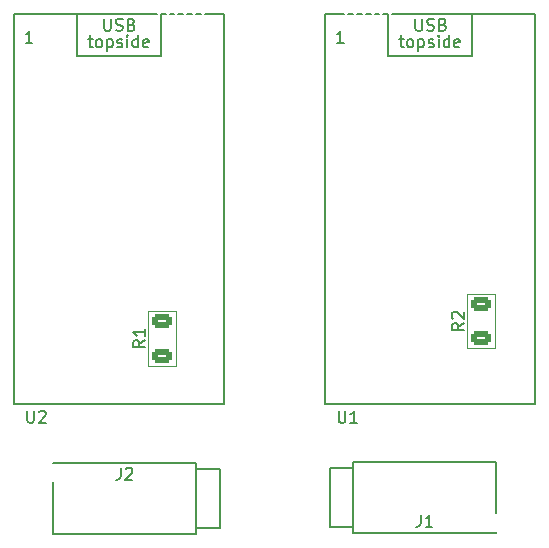
<source format=gto>
G04 #@! TF.GenerationSoftware,KiCad,Pcbnew,8.0.2*
G04 #@! TF.CreationDate,2024-05-24T11:31:22+03:00*
G04 #@! TF.ProjectId,ratless65,7261746c-6573-4733-9635-2e6b69636164,rev?*
G04 #@! TF.SameCoordinates,Original*
G04 #@! TF.FileFunction,Legend,Top*
G04 #@! TF.FilePolarity,Positive*
%FSLAX46Y46*%
G04 Gerber Fmt 4.6, Leading zero omitted, Abs format (unit mm)*
G04 Created by KiCad (PCBNEW 8.0.2) date 2024-05-24 11:31:22*
%MOMM*%
%LPD*%
G01*
G04 APERTURE LIST*
G04 Aperture macros list*
%AMRoundRect*
0 Rectangle with rounded corners*
0 $1 Rounding radius*
0 $2 $3 $4 $5 $6 $7 $8 $9 X,Y pos of 4 corners*
0 Add a 4 corners polygon primitive as box body*
4,1,4,$2,$3,$4,$5,$6,$7,$8,$9,$2,$3,0*
0 Add four circle primitives for the rounded corners*
1,1,$1+$1,$2,$3*
1,1,$1+$1,$4,$5*
1,1,$1+$1,$6,$7*
1,1,$1+$1,$8,$9*
0 Add four rect primitives between the rounded corners*
20,1,$1+$1,$2,$3,$4,$5,0*
20,1,$1+$1,$4,$5,$6,$7,0*
20,1,$1+$1,$6,$7,$8,$9,0*
20,1,$1+$1,$8,$9,$2,$3,0*%
G04 Aperture macros list end*
%ADD10C,0.150000*%
%ADD11C,0.120000*%
%ADD12C,1.750000*%
%ADD13C,3.987800*%
%ADD14C,1.200000*%
%ADD15O,2.300000X1.500000*%
%ADD16RoundRect,0.250000X0.625000X-0.312500X0.625000X0.312500X-0.625000X0.312500X-0.625000X-0.312500X0*%
%ADD17C,0.500000*%
G04 APERTURE END LIST*
D10*
X183022916Y-74363019D02*
X183022916Y-75077304D01*
X183022916Y-75077304D02*
X182975297Y-75220161D01*
X182975297Y-75220161D02*
X182880059Y-75315400D01*
X182880059Y-75315400D02*
X182737202Y-75363019D01*
X182737202Y-75363019D02*
X182641964Y-75363019D01*
X184022916Y-75363019D02*
X183451488Y-75363019D01*
X183737202Y-75363019D02*
X183737202Y-74363019D01*
X183737202Y-74363019D02*
X183641964Y-74505876D01*
X183641964Y-74505876D02*
X183546726Y-74601114D01*
X183546726Y-74601114D02*
X183451488Y-74648733D01*
X159681069Y-59572916D02*
X159204878Y-59906249D01*
X159681069Y-60144344D02*
X158681069Y-60144344D01*
X158681069Y-60144344D02*
X158681069Y-59763392D01*
X158681069Y-59763392D02*
X158728688Y-59668154D01*
X158728688Y-59668154D02*
X158776307Y-59620535D01*
X158776307Y-59620535D02*
X158871545Y-59572916D01*
X158871545Y-59572916D02*
X159014402Y-59572916D01*
X159014402Y-59572916D02*
X159109640Y-59620535D01*
X159109640Y-59620535D02*
X159157259Y-59668154D01*
X159157259Y-59668154D02*
X159204878Y-59763392D01*
X159204878Y-59763392D02*
X159204878Y-60144344D01*
X159681069Y-58620535D02*
X159681069Y-59191963D01*
X159681069Y-58906249D02*
X158681069Y-58906249D01*
X158681069Y-58906249D02*
X158823926Y-59001487D01*
X158823926Y-59001487D02*
X158919164Y-59096725D01*
X158919164Y-59096725D02*
X158966783Y-59191963D01*
X176070595Y-65543569D02*
X176070595Y-66353092D01*
X176070595Y-66353092D02*
X176118214Y-66448330D01*
X176118214Y-66448330D02*
X176165833Y-66495950D01*
X176165833Y-66495950D02*
X176261071Y-66543569D01*
X176261071Y-66543569D02*
X176451547Y-66543569D01*
X176451547Y-66543569D02*
X176546785Y-66495950D01*
X176546785Y-66495950D02*
X176594404Y-66448330D01*
X176594404Y-66448330D02*
X176642023Y-66353092D01*
X176642023Y-66353092D02*
X176642023Y-65543569D01*
X177642023Y-66543569D02*
X177070595Y-66543569D01*
X177356309Y-66543569D02*
X177356309Y-65543569D01*
X177356309Y-65543569D02*
X177261071Y-65686426D01*
X177261071Y-65686426D02*
X177165833Y-65781664D01*
X177165833Y-65781664D02*
X177070595Y-65829283D01*
X181213452Y-34091902D02*
X181594404Y-34091902D01*
X181356309Y-33758569D02*
X181356309Y-34615711D01*
X181356309Y-34615711D02*
X181403928Y-34710950D01*
X181403928Y-34710950D02*
X181499166Y-34758569D01*
X181499166Y-34758569D02*
X181594404Y-34758569D01*
X182070595Y-34758569D02*
X181975357Y-34710950D01*
X181975357Y-34710950D02*
X181927738Y-34663330D01*
X181927738Y-34663330D02*
X181880119Y-34568092D01*
X181880119Y-34568092D02*
X181880119Y-34282378D01*
X181880119Y-34282378D02*
X181927738Y-34187140D01*
X181927738Y-34187140D02*
X181975357Y-34139521D01*
X181975357Y-34139521D02*
X182070595Y-34091902D01*
X182070595Y-34091902D02*
X182213452Y-34091902D01*
X182213452Y-34091902D02*
X182308690Y-34139521D01*
X182308690Y-34139521D02*
X182356309Y-34187140D01*
X182356309Y-34187140D02*
X182403928Y-34282378D01*
X182403928Y-34282378D02*
X182403928Y-34568092D01*
X182403928Y-34568092D02*
X182356309Y-34663330D01*
X182356309Y-34663330D02*
X182308690Y-34710950D01*
X182308690Y-34710950D02*
X182213452Y-34758569D01*
X182213452Y-34758569D02*
X182070595Y-34758569D01*
X182832500Y-34091902D02*
X182832500Y-35091902D01*
X182832500Y-34139521D02*
X182927738Y-34091902D01*
X182927738Y-34091902D02*
X183118214Y-34091902D01*
X183118214Y-34091902D02*
X183213452Y-34139521D01*
X183213452Y-34139521D02*
X183261071Y-34187140D01*
X183261071Y-34187140D02*
X183308690Y-34282378D01*
X183308690Y-34282378D02*
X183308690Y-34568092D01*
X183308690Y-34568092D02*
X183261071Y-34663330D01*
X183261071Y-34663330D02*
X183213452Y-34710950D01*
X183213452Y-34710950D02*
X183118214Y-34758569D01*
X183118214Y-34758569D02*
X182927738Y-34758569D01*
X182927738Y-34758569D02*
X182832500Y-34710950D01*
X183689643Y-34710950D02*
X183784881Y-34758569D01*
X183784881Y-34758569D02*
X183975357Y-34758569D01*
X183975357Y-34758569D02*
X184070595Y-34710950D01*
X184070595Y-34710950D02*
X184118214Y-34615711D01*
X184118214Y-34615711D02*
X184118214Y-34568092D01*
X184118214Y-34568092D02*
X184070595Y-34472854D01*
X184070595Y-34472854D02*
X183975357Y-34425235D01*
X183975357Y-34425235D02*
X183832500Y-34425235D01*
X183832500Y-34425235D02*
X183737262Y-34377616D01*
X183737262Y-34377616D02*
X183689643Y-34282378D01*
X183689643Y-34282378D02*
X183689643Y-34234759D01*
X183689643Y-34234759D02*
X183737262Y-34139521D01*
X183737262Y-34139521D02*
X183832500Y-34091902D01*
X183832500Y-34091902D02*
X183975357Y-34091902D01*
X183975357Y-34091902D02*
X184070595Y-34139521D01*
X184546786Y-34758569D02*
X184546786Y-34091902D01*
X184546786Y-33758569D02*
X184499167Y-33806188D01*
X184499167Y-33806188D02*
X184546786Y-33853807D01*
X184546786Y-33853807D02*
X184594405Y-33806188D01*
X184594405Y-33806188D02*
X184546786Y-33758569D01*
X184546786Y-33758569D02*
X184546786Y-33853807D01*
X185451547Y-34758569D02*
X185451547Y-33758569D01*
X185451547Y-34710950D02*
X185356309Y-34758569D01*
X185356309Y-34758569D02*
X185165833Y-34758569D01*
X185165833Y-34758569D02*
X185070595Y-34710950D01*
X185070595Y-34710950D02*
X185022976Y-34663330D01*
X185022976Y-34663330D02*
X184975357Y-34568092D01*
X184975357Y-34568092D02*
X184975357Y-34282378D01*
X184975357Y-34282378D02*
X185022976Y-34187140D01*
X185022976Y-34187140D02*
X185070595Y-34139521D01*
X185070595Y-34139521D02*
X185165833Y-34091902D01*
X185165833Y-34091902D02*
X185356309Y-34091902D01*
X185356309Y-34091902D02*
X185451547Y-34139521D01*
X186308690Y-34710950D02*
X186213452Y-34758569D01*
X186213452Y-34758569D02*
X186022976Y-34758569D01*
X186022976Y-34758569D02*
X185927738Y-34710950D01*
X185927738Y-34710950D02*
X185880119Y-34615711D01*
X185880119Y-34615711D02*
X185880119Y-34234759D01*
X185880119Y-34234759D02*
X185927738Y-34139521D01*
X185927738Y-34139521D02*
X186022976Y-34091902D01*
X186022976Y-34091902D02*
X186213452Y-34091902D01*
X186213452Y-34091902D02*
X186308690Y-34139521D01*
X186308690Y-34139521D02*
X186356309Y-34234759D01*
X186356309Y-34234759D02*
X186356309Y-34329997D01*
X186356309Y-34329997D02*
X185880119Y-34425235D01*
X176498214Y-34388569D02*
X175926786Y-34388569D01*
X176212500Y-34388569D02*
X176212500Y-33388569D01*
X176212500Y-33388569D02*
X176117262Y-33531426D01*
X176117262Y-33531426D02*
X176022024Y-33626664D01*
X176022024Y-33626664D02*
X175926786Y-33674283D01*
X182570595Y-32358569D02*
X182570595Y-33168092D01*
X182570595Y-33168092D02*
X182618214Y-33263330D01*
X182618214Y-33263330D02*
X182665833Y-33310950D01*
X182665833Y-33310950D02*
X182761071Y-33358569D01*
X182761071Y-33358569D02*
X182951547Y-33358569D01*
X182951547Y-33358569D02*
X183046785Y-33310950D01*
X183046785Y-33310950D02*
X183094404Y-33263330D01*
X183094404Y-33263330D02*
X183142023Y-33168092D01*
X183142023Y-33168092D02*
X183142023Y-32358569D01*
X183570595Y-33310950D02*
X183713452Y-33358569D01*
X183713452Y-33358569D02*
X183951547Y-33358569D01*
X183951547Y-33358569D02*
X184046785Y-33310950D01*
X184046785Y-33310950D02*
X184094404Y-33263330D01*
X184094404Y-33263330D02*
X184142023Y-33168092D01*
X184142023Y-33168092D02*
X184142023Y-33072854D01*
X184142023Y-33072854D02*
X184094404Y-32977616D01*
X184094404Y-32977616D02*
X184046785Y-32929997D01*
X184046785Y-32929997D02*
X183951547Y-32882378D01*
X183951547Y-32882378D02*
X183761071Y-32834759D01*
X183761071Y-32834759D02*
X183665833Y-32787140D01*
X183665833Y-32787140D02*
X183618214Y-32739521D01*
X183618214Y-32739521D02*
X183570595Y-32644283D01*
X183570595Y-32644283D02*
X183570595Y-32549045D01*
X183570595Y-32549045D02*
X183618214Y-32453807D01*
X183618214Y-32453807D02*
X183665833Y-32406188D01*
X183665833Y-32406188D02*
X183761071Y-32358569D01*
X183761071Y-32358569D02*
X183999166Y-32358569D01*
X183999166Y-32358569D02*
X184142023Y-32406188D01*
X184903928Y-32834759D02*
X185046785Y-32882378D01*
X185046785Y-32882378D02*
X185094404Y-32929997D01*
X185094404Y-32929997D02*
X185142023Y-33025235D01*
X185142023Y-33025235D02*
X185142023Y-33168092D01*
X185142023Y-33168092D02*
X185094404Y-33263330D01*
X185094404Y-33263330D02*
X185046785Y-33310950D01*
X185046785Y-33310950D02*
X184951547Y-33358569D01*
X184951547Y-33358569D02*
X184570595Y-33358569D01*
X184570595Y-33358569D02*
X184570595Y-32358569D01*
X184570595Y-32358569D02*
X184903928Y-32358569D01*
X184903928Y-32358569D02*
X184999166Y-32406188D01*
X184999166Y-32406188D02*
X185046785Y-32453807D01*
X185046785Y-32453807D02*
X185094404Y-32549045D01*
X185094404Y-32549045D02*
X185094404Y-32644283D01*
X185094404Y-32644283D02*
X185046785Y-32739521D01*
X185046785Y-32739521D02*
X184999166Y-32787140D01*
X184999166Y-32787140D02*
X184903928Y-32834759D01*
X184903928Y-32834759D02*
X184570595Y-32834759D01*
X186668569Y-58110416D02*
X186192378Y-58443749D01*
X186668569Y-58681844D02*
X185668569Y-58681844D01*
X185668569Y-58681844D02*
X185668569Y-58300892D01*
X185668569Y-58300892D02*
X185716188Y-58205654D01*
X185716188Y-58205654D02*
X185763807Y-58158035D01*
X185763807Y-58158035D02*
X185859045Y-58110416D01*
X185859045Y-58110416D02*
X186001902Y-58110416D01*
X186001902Y-58110416D02*
X186097140Y-58158035D01*
X186097140Y-58158035D02*
X186144759Y-58205654D01*
X186144759Y-58205654D02*
X186192378Y-58300892D01*
X186192378Y-58300892D02*
X186192378Y-58681844D01*
X185763807Y-57729463D02*
X185716188Y-57681844D01*
X185716188Y-57681844D02*
X185668569Y-57586606D01*
X185668569Y-57586606D02*
X185668569Y-57348511D01*
X185668569Y-57348511D02*
X185716188Y-57253273D01*
X185716188Y-57253273D02*
X185763807Y-57205654D01*
X185763807Y-57205654D02*
X185859045Y-57158035D01*
X185859045Y-57158035D02*
X185954283Y-57158035D01*
X185954283Y-57158035D02*
X186097140Y-57205654D01*
X186097140Y-57205654D02*
X186668569Y-57777082D01*
X186668569Y-57777082D02*
X186668569Y-57158035D01*
X157622916Y-70371619D02*
X157622916Y-71085904D01*
X157622916Y-71085904D02*
X157575297Y-71228761D01*
X157575297Y-71228761D02*
X157480059Y-71324000D01*
X157480059Y-71324000D02*
X157337202Y-71371619D01*
X157337202Y-71371619D02*
X157241964Y-71371619D01*
X158051488Y-70466857D02*
X158099107Y-70419238D01*
X158099107Y-70419238D02*
X158194345Y-70371619D01*
X158194345Y-70371619D02*
X158432440Y-70371619D01*
X158432440Y-70371619D02*
X158527678Y-70419238D01*
X158527678Y-70419238D02*
X158575297Y-70466857D01*
X158575297Y-70466857D02*
X158622916Y-70562095D01*
X158622916Y-70562095D02*
X158622916Y-70657333D01*
X158622916Y-70657333D02*
X158575297Y-70800190D01*
X158575297Y-70800190D02*
X158003869Y-71371619D01*
X158003869Y-71371619D02*
X158622916Y-71371619D01*
X149718095Y-65543569D02*
X149718095Y-66353092D01*
X149718095Y-66353092D02*
X149765714Y-66448330D01*
X149765714Y-66448330D02*
X149813333Y-66495950D01*
X149813333Y-66495950D02*
X149908571Y-66543569D01*
X149908571Y-66543569D02*
X150099047Y-66543569D01*
X150099047Y-66543569D02*
X150194285Y-66495950D01*
X150194285Y-66495950D02*
X150241904Y-66448330D01*
X150241904Y-66448330D02*
X150289523Y-66353092D01*
X150289523Y-66353092D02*
X150289523Y-65543569D01*
X150718095Y-65638807D02*
X150765714Y-65591188D01*
X150765714Y-65591188D02*
X150860952Y-65543569D01*
X150860952Y-65543569D02*
X151099047Y-65543569D01*
X151099047Y-65543569D02*
X151194285Y-65591188D01*
X151194285Y-65591188D02*
X151241904Y-65638807D01*
X151241904Y-65638807D02*
X151289523Y-65734045D01*
X151289523Y-65734045D02*
X151289523Y-65829283D01*
X151289523Y-65829283D02*
X151241904Y-65972140D01*
X151241904Y-65972140D02*
X150670476Y-66543569D01*
X150670476Y-66543569D02*
X151289523Y-66543569D01*
X150145714Y-34388569D02*
X149574286Y-34388569D01*
X149860000Y-34388569D02*
X149860000Y-33388569D01*
X149860000Y-33388569D02*
X149764762Y-33531426D01*
X149764762Y-33531426D02*
X149669524Y-33626664D01*
X149669524Y-33626664D02*
X149574286Y-33674283D01*
X154860952Y-34091902D02*
X155241904Y-34091902D01*
X155003809Y-33758569D02*
X155003809Y-34615711D01*
X155003809Y-34615711D02*
X155051428Y-34710950D01*
X155051428Y-34710950D02*
X155146666Y-34758569D01*
X155146666Y-34758569D02*
X155241904Y-34758569D01*
X155718095Y-34758569D02*
X155622857Y-34710950D01*
X155622857Y-34710950D02*
X155575238Y-34663330D01*
X155575238Y-34663330D02*
X155527619Y-34568092D01*
X155527619Y-34568092D02*
X155527619Y-34282378D01*
X155527619Y-34282378D02*
X155575238Y-34187140D01*
X155575238Y-34187140D02*
X155622857Y-34139521D01*
X155622857Y-34139521D02*
X155718095Y-34091902D01*
X155718095Y-34091902D02*
X155860952Y-34091902D01*
X155860952Y-34091902D02*
X155956190Y-34139521D01*
X155956190Y-34139521D02*
X156003809Y-34187140D01*
X156003809Y-34187140D02*
X156051428Y-34282378D01*
X156051428Y-34282378D02*
X156051428Y-34568092D01*
X156051428Y-34568092D02*
X156003809Y-34663330D01*
X156003809Y-34663330D02*
X155956190Y-34710950D01*
X155956190Y-34710950D02*
X155860952Y-34758569D01*
X155860952Y-34758569D02*
X155718095Y-34758569D01*
X156480000Y-34091902D02*
X156480000Y-35091902D01*
X156480000Y-34139521D02*
X156575238Y-34091902D01*
X156575238Y-34091902D02*
X156765714Y-34091902D01*
X156765714Y-34091902D02*
X156860952Y-34139521D01*
X156860952Y-34139521D02*
X156908571Y-34187140D01*
X156908571Y-34187140D02*
X156956190Y-34282378D01*
X156956190Y-34282378D02*
X156956190Y-34568092D01*
X156956190Y-34568092D02*
X156908571Y-34663330D01*
X156908571Y-34663330D02*
X156860952Y-34710950D01*
X156860952Y-34710950D02*
X156765714Y-34758569D01*
X156765714Y-34758569D02*
X156575238Y-34758569D01*
X156575238Y-34758569D02*
X156480000Y-34710950D01*
X157337143Y-34710950D02*
X157432381Y-34758569D01*
X157432381Y-34758569D02*
X157622857Y-34758569D01*
X157622857Y-34758569D02*
X157718095Y-34710950D01*
X157718095Y-34710950D02*
X157765714Y-34615711D01*
X157765714Y-34615711D02*
X157765714Y-34568092D01*
X157765714Y-34568092D02*
X157718095Y-34472854D01*
X157718095Y-34472854D02*
X157622857Y-34425235D01*
X157622857Y-34425235D02*
X157480000Y-34425235D01*
X157480000Y-34425235D02*
X157384762Y-34377616D01*
X157384762Y-34377616D02*
X157337143Y-34282378D01*
X157337143Y-34282378D02*
X157337143Y-34234759D01*
X157337143Y-34234759D02*
X157384762Y-34139521D01*
X157384762Y-34139521D02*
X157480000Y-34091902D01*
X157480000Y-34091902D02*
X157622857Y-34091902D01*
X157622857Y-34091902D02*
X157718095Y-34139521D01*
X158194286Y-34758569D02*
X158194286Y-34091902D01*
X158194286Y-33758569D02*
X158146667Y-33806188D01*
X158146667Y-33806188D02*
X158194286Y-33853807D01*
X158194286Y-33853807D02*
X158241905Y-33806188D01*
X158241905Y-33806188D02*
X158194286Y-33758569D01*
X158194286Y-33758569D02*
X158194286Y-33853807D01*
X159099047Y-34758569D02*
X159099047Y-33758569D01*
X159099047Y-34710950D02*
X159003809Y-34758569D01*
X159003809Y-34758569D02*
X158813333Y-34758569D01*
X158813333Y-34758569D02*
X158718095Y-34710950D01*
X158718095Y-34710950D02*
X158670476Y-34663330D01*
X158670476Y-34663330D02*
X158622857Y-34568092D01*
X158622857Y-34568092D02*
X158622857Y-34282378D01*
X158622857Y-34282378D02*
X158670476Y-34187140D01*
X158670476Y-34187140D02*
X158718095Y-34139521D01*
X158718095Y-34139521D02*
X158813333Y-34091902D01*
X158813333Y-34091902D02*
X159003809Y-34091902D01*
X159003809Y-34091902D02*
X159099047Y-34139521D01*
X159956190Y-34710950D02*
X159860952Y-34758569D01*
X159860952Y-34758569D02*
X159670476Y-34758569D01*
X159670476Y-34758569D02*
X159575238Y-34710950D01*
X159575238Y-34710950D02*
X159527619Y-34615711D01*
X159527619Y-34615711D02*
X159527619Y-34234759D01*
X159527619Y-34234759D02*
X159575238Y-34139521D01*
X159575238Y-34139521D02*
X159670476Y-34091902D01*
X159670476Y-34091902D02*
X159860952Y-34091902D01*
X159860952Y-34091902D02*
X159956190Y-34139521D01*
X159956190Y-34139521D02*
X160003809Y-34234759D01*
X160003809Y-34234759D02*
X160003809Y-34329997D01*
X160003809Y-34329997D02*
X159527619Y-34425235D01*
X156218095Y-32358569D02*
X156218095Y-33168092D01*
X156218095Y-33168092D02*
X156265714Y-33263330D01*
X156265714Y-33263330D02*
X156313333Y-33310950D01*
X156313333Y-33310950D02*
X156408571Y-33358569D01*
X156408571Y-33358569D02*
X156599047Y-33358569D01*
X156599047Y-33358569D02*
X156694285Y-33310950D01*
X156694285Y-33310950D02*
X156741904Y-33263330D01*
X156741904Y-33263330D02*
X156789523Y-33168092D01*
X156789523Y-33168092D02*
X156789523Y-32358569D01*
X157218095Y-33310950D02*
X157360952Y-33358569D01*
X157360952Y-33358569D02*
X157599047Y-33358569D01*
X157599047Y-33358569D02*
X157694285Y-33310950D01*
X157694285Y-33310950D02*
X157741904Y-33263330D01*
X157741904Y-33263330D02*
X157789523Y-33168092D01*
X157789523Y-33168092D02*
X157789523Y-33072854D01*
X157789523Y-33072854D02*
X157741904Y-32977616D01*
X157741904Y-32977616D02*
X157694285Y-32929997D01*
X157694285Y-32929997D02*
X157599047Y-32882378D01*
X157599047Y-32882378D02*
X157408571Y-32834759D01*
X157408571Y-32834759D02*
X157313333Y-32787140D01*
X157313333Y-32787140D02*
X157265714Y-32739521D01*
X157265714Y-32739521D02*
X157218095Y-32644283D01*
X157218095Y-32644283D02*
X157218095Y-32549045D01*
X157218095Y-32549045D02*
X157265714Y-32453807D01*
X157265714Y-32453807D02*
X157313333Y-32406188D01*
X157313333Y-32406188D02*
X157408571Y-32358569D01*
X157408571Y-32358569D02*
X157646666Y-32358569D01*
X157646666Y-32358569D02*
X157789523Y-32406188D01*
X158551428Y-32834759D02*
X158694285Y-32882378D01*
X158694285Y-32882378D02*
X158741904Y-32929997D01*
X158741904Y-32929997D02*
X158789523Y-33025235D01*
X158789523Y-33025235D02*
X158789523Y-33168092D01*
X158789523Y-33168092D02*
X158741904Y-33263330D01*
X158741904Y-33263330D02*
X158694285Y-33310950D01*
X158694285Y-33310950D02*
X158599047Y-33358569D01*
X158599047Y-33358569D02*
X158218095Y-33358569D01*
X158218095Y-33358569D02*
X158218095Y-32358569D01*
X158218095Y-32358569D02*
X158551428Y-32358569D01*
X158551428Y-32358569D02*
X158646666Y-32406188D01*
X158646666Y-32406188D02*
X158694285Y-32453807D01*
X158694285Y-32453807D02*
X158741904Y-32549045D01*
X158741904Y-32549045D02*
X158741904Y-32644283D01*
X158741904Y-32644283D02*
X158694285Y-32739521D01*
X158694285Y-32739521D02*
X158646666Y-32787140D01*
X158646666Y-32787140D02*
X158551428Y-32834759D01*
X158551428Y-32834759D02*
X158218095Y-32834759D01*
X175306250Y-70350000D02*
X175306250Y-75350000D01*
X175306250Y-70350000D02*
X177306250Y-70350000D01*
X175306250Y-75350000D02*
X177306250Y-75350000D01*
X177306250Y-69850000D02*
X189406250Y-69850000D01*
X177306250Y-75850000D02*
X177306250Y-69850000D01*
X189406250Y-69850000D02*
X189406250Y-75850000D01*
X189406250Y-75850000D02*
X177306250Y-75850000D01*
D11*
X159931250Y-57106250D02*
X159931250Y-61706250D01*
X159931250Y-61706250D02*
X162331250Y-61706250D01*
X162331250Y-57106250D02*
X159931250Y-57106250D01*
X162331250Y-61706250D02*
X162331250Y-57106250D01*
D10*
X180282500Y-35488750D02*
X180282500Y-31908750D01*
X187382500Y-35488750D02*
X180282500Y-35488750D01*
X187382500Y-35488750D02*
X187382500Y-31908750D01*
X174942500Y-31908750D02*
X192722500Y-31908750D01*
X192722500Y-64928750D01*
X174942500Y-64928750D01*
X174942500Y-31908750D01*
D11*
X186918750Y-55643750D02*
X186918750Y-60243750D01*
X186918750Y-60243750D02*
X189318750Y-60243750D01*
X189318750Y-55643750D02*
X186918750Y-55643750D01*
X189318750Y-60243750D02*
X189318750Y-55643750D01*
D10*
X151906250Y-69975000D02*
X164006250Y-69975000D01*
X151906250Y-75975000D02*
X151906250Y-69975000D01*
X164006250Y-69975000D02*
X164006250Y-75975000D01*
X164006250Y-75975000D02*
X151906250Y-75975000D01*
X166006250Y-70475000D02*
X164006250Y-70475000D01*
X166006250Y-75475000D02*
X164006250Y-75475000D01*
X166006250Y-75475000D02*
X166006250Y-70475000D01*
X153930000Y-35488750D02*
X153930000Y-31908750D01*
X161030000Y-35488750D02*
X153930000Y-35488750D01*
X161030000Y-35488750D02*
X161030000Y-31908750D01*
X148590000Y-31908750D02*
X166370000Y-31908750D01*
X166370000Y-64928750D01*
X148590000Y-64928750D01*
X148590000Y-31908750D01*
%LPC*%
D12*
X236220000Y-95250000D03*
D13*
X241300000Y-95250000D03*
D12*
X246380000Y-95250000D03*
X293370000Y-41275000D03*
D13*
X298450000Y-41275000D03*
D12*
X303530000Y-41275000D03*
X113982500Y-39687500D03*
D13*
X119062500Y-39687500D03*
D12*
X124142500Y-39687500D03*
X133032500Y-41275000D03*
D13*
X138112500Y-41275000D03*
D12*
X143192500Y-41275000D03*
D14*
X178806250Y-72850000D03*
X185806250Y-72850000D03*
D15*
X189106250Y-75000000D03*
X180606250Y-70700000D03*
X183606250Y-70700000D03*
X187606250Y-70700000D03*
D12*
X255270000Y-58737500D03*
D13*
X260350000Y-58737500D03*
D12*
X265430000Y-58737500D03*
X236220000Y-76200000D03*
D13*
X241300000Y-76200000D03*
D12*
X246380000Y-76200000D03*
D16*
X161131250Y-60868750D03*
X161131250Y-57943750D03*
D12*
X236220000Y-57150000D03*
D13*
X241300000Y-57150000D03*
D12*
X246380000Y-57150000D03*
X217170000Y-77787500D03*
D13*
X222250000Y-77787500D03*
D12*
X227330000Y-77787500D03*
X56832500Y-60325000D03*
D13*
X61912500Y-60325000D03*
D12*
X66992500Y-60325000D03*
X133032500Y-98425000D03*
D13*
X138112500Y-98425000D03*
D12*
X143192500Y-98425000D03*
X94932500Y-76200000D03*
D13*
X100012500Y-76200000D03*
D12*
X105092500Y-76200000D03*
X94932500Y-95250000D03*
D13*
X100012500Y-95250000D03*
D12*
X105092500Y-95250000D03*
X56832500Y-41275000D03*
D13*
X61912500Y-41275000D03*
D12*
X66992500Y-41275000D03*
X56832500Y-98425000D03*
D13*
X61912500Y-98425000D03*
D12*
X66992500Y-98425000D03*
X33020000Y-60325000D03*
D13*
X38100000Y-60325000D03*
D12*
X43180000Y-60325000D03*
D17*
X180443750Y-31800000D03*
X179703750Y-31800000D03*
X178963750Y-31800000D03*
X178223750Y-31800000D03*
X177483750Y-31800000D03*
X176743750Y-31800000D03*
D12*
X33020000Y-98425000D03*
D13*
X38100000Y-98425000D03*
D12*
X43180000Y-98425000D03*
X113982500Y-96837500D03*
D13*
X119062500Y-96837500D03*
D12*
X124142500Y-96837500D03*
D16*
X188118750Y-59406250D03*
X188118750Y-56481250D03*
D12*
X133032500Y-79375000D03*
D13*
X138112500Y-79375000D03*
D12*
X143192500Y-79375000D03*
X333851250Y-60325000D03*
D13*
X338931250Y-60325000D03*
D12*
X344011250Y-60325000D03*
D17*
X164568750Y-31800000D03*
X163828750Y-31800000D03*
X163088750Y-31800000D03*
X162348750Y-31800000D03*
X161608750Y-31800000D03*
X160868750Y-31800000D03*
D12*
X56832500Y-117475000D03*
D13*
X61912500Y-117475000D03*
D12*
X66992500Y-117475000D03*
X317182500Y-79375000D03*
D13*
X322262500Y-79375000D03*
D12*
X327342500Y-79375000D03*
X75882500Y-77787500D03*
D13*
X80962500Y-77787500D03*
D12*
X86042500Y-77787500D03*
X33020000Y-79375000D03*
D13*
X38100000Y-79375000D03*
D12*
X43180000Y-79375000D03*
X217170000Y-96837500D03*
D13*
X222250000Y-96837500D03*
D12*
X227330000Y-96837500D03*
X298132500Y-98425000D03*
D13*
X303212500Y-98425000D03*
D12*
X308292500Y-98425000D03*
X255270000Y-96837500D03*
D13*
X260350000Y-96837500D03*
D12*
X265430000Y-96837500D03*
X274320000Y-41275000D03*
D13*
X279400000Y-41275000D03*
D12*
X284480000Y-41275000D03*
D17*
X160868750Y-126156250D03*
X161608750Y-126156250D03*
X162348750Y-126156250D03*
X163088750Y-126156250D03*
X163828750Y-126156250D03*
X164568750Y-126156250D03*
D12*
X217170000Y-115887500D03*
D13*
X222250000Y-115887500D03*
D12*
X227330000Y-115887500D03*
D17*
X347925000Y-32593750D03*
X347185000Y-32593750D03*
X346445000Y-32593750D03*
X345705000Y-32593750D03*
X344965000Y-32593750D03*
X344225000Y-32593750D03*
D12*
X94932500Y-57150000D03*
D13*
X100012500Y-57150000D03*
D12*
X105092500Y-57150000D03*
X236220000Y-38100000D03*
D13*
X241300000Y-38100000D03*
D12*
X246380000Y-38100000D03*
D17*
X30425000Y-32593750D03*
X29685000Y-32593750D03*
X28945000Y-32593750D03*
X28205000Y-32593750D03*
X27465000Y-32593750D03*
X26725000Y-32593750D03*
D12*
X137795000Y-117475000D03*
D13*
X142875000Y-117475000D03*
D12*
X147955000Y-117475000D03*
X198120000Y-98425000D03*
D13*
X203200000Y-98425000D03*
D12*
X208280000Y-98425000D03*
D17*
X301362500Y-126156250D03*
X302102500Y-126156250D03*
X302842500Y-126156250D03*
X303582500Y-126156250D03*
X304322500Y-126156250D03*
X305062500Y-126156250D03*
D12*
X312420000Y-41275000D03*
D13*
X317500000Y-41275000D03*
D12*
X322580000Y-41275000D03*
X312420000Y-60325000D03*
D13*
X317500000Y-60325000D03*
D12*
X322580000Y-60325000D03*
X293370000Y-60325000D03*
D13*
X298450000Y-60325000D03*
D12*
X303530000Y-60325000D03*
X217170000Y-58737500D03*
D13*
X222250000Y-58737500D03*
D12*
X227330000Y-58737500D03*
X236220000Y-114300000D03*
D13*
X241300000Y-114300000D03*
D12*
X246380000Y-114300000D03*
X255270000Y-39687500D03*
D13*
X260350000Y-39687500D03*
D12*
X265430000Y-39687500D03*
X113982500Y-115887500D03*
D13*
X119062500Y-115887500D03*
D12*
X124142500Y-115887500D03*
D14*
X162506250Y-72975000D03*
X155506250Y-72975000D03*
D15*
X152206250Y-70825000D03*
X160706250Y-75125000D03*
X157706250Y-75125000D03*
X153706250Y-75125000D03*
D12*
X94932500Y-114300000D03*
D13*
X100012500Y-114300000D03*
D12*
X105092500Y-114300000D03*
X274320000Y-79375000D03*
D13*
X279400000Y-79375000D03*
D12*
X284480000Y-79375000D03*
X217170000Y-39687500D03*
D13*
X222250000Y-39687500D03*
D12*
X227330000Y-39687500D03*
X75882500Y-58737500D03*
D13*
X80962500Y-58737500D03*
D12*
X86042500Y-58737500D03*
D17*
X176743750Y-126156250D03*
X177483750Y-126156250D03*
X178223750Y-126156250D03*
X178963750Y-126156250D03*
X179703750Y-126156250D03*
X180443750Y-126156250D03*
D12*
X113982500Y-77787500D03*
D13*
X119062500Y-77787500D03*
D12*
X124142500Y-77787500D03*
X193357500Y-117475000D03*
D13*
X198437500Y-117475000D03*
D12*
X203517500Y-117475000D03*
X293370000Y-117475000D03*
D13*
X298450000Y-117475000D03*
D12*
X303530000Y-117475000D03*
X255270000Y-77787500D03*
D13*
X260350000Y-77787500D03*
D12*
X265430000Y-77787500D03*
X255270000Y-115887500D03*
D13*
X260350000Y-115887500D03*
D12*
X265430000Y-115887500D03*
X113982500Y-58737500D03*
D13*
X119062500Y-58737500D03*
D12*
X124142500Y-58737500D03*
X94932500Y-38100000D03*
D13*
X100012500Y-38100000D03*
D12*
X105092500Y-38100000D03*
X198120000Y-60325000D03*
D13*
X203200000Y-60325000D03*
D12*
X208280000Y-60325000D03*
X56832500Y-79375000D03*
D13*
X61912500Y-79375000D03*
D12*
X66992500Y-79375000D03*
X75882500Y-39687500D03*
D13*
X80962500Y-39687500D03*
D12*
X86042500Y-39687500D03*
X33020000Y-41275000D03*
D13*
X38100000Y-41275000D03*
D12*
X43180000Y-41275000D03*
X198120000Y-41275000D03*
D13*
X203200000Y-41275000D03*
D12*
X208280000Y-41275000D03*
X133032500Y-60325000D03*
D13*
X138112500Y-60325000D03*
D12*
X143192500Y-60325000D03*
X75882500Y-96837500D03*
D13*
X80962500Y-96837500D03*
D12*
X86042500Y-96837500D03*
D17*
X36250000Y-126156250D03*
X36990000Y-126156250D03*
X37730000Y-126156250D03*
X38470000Y-126156250D03*
X39210000Y-126156250D03*
X39950000Y-126156250D03*
D12*
X293370000Y-79375000D03*
D13*
X298450000Y-79375000D03*
D12*
X303530000Y-79375000D03*
X274320000Y-117475000D03*
D13*
X279400000Y-117475000D03*
D12*
X284480000Y-117475000D03*
X274320000Y-98425000D03*
D13*
X279400000Y-98425000D03*
D12*
X284480000Y-98425000D03*
X37782500Y-117475000D03*
D13*
X42862500Y-117475000D03*
D12*
X47942500Y-117475000D03*
X75882500Y-115887500D03*
D13*
X80962500Y-115887500D03*
D12*
X86042500Y-115887500D03*
X274320000Y-60325000D03*
D13*
X279400000Y-60325000D03*
D12*
X284480000Y-60325000D03*
X198120000Y-79375000D03*
D13*
X203200000Y-79375000D03*
D12*
X208280000Y-79375000D03*
X333851250Y-41275000D03*
D13*
X338931250Y-41275000D03*
D12*
X344011250Y-41275000D03*
%LPD*%
M02*

</source>
